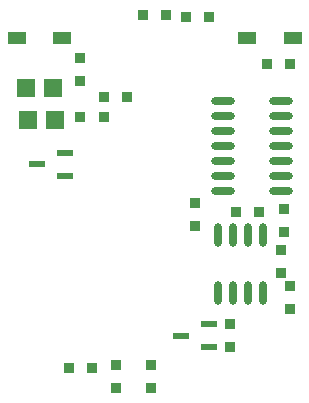
<source format=gtp>
%FSTAX23Y23*%
%MOIN*%
%SFA1B1*%

%IPPOS*%
%ADD10R,0.037400X0.033470*%
%ADD11R,0.033470X0.037400*%
%ADD13R,0.060000X0.060000*%
%ADD14O,0.078740X0.027560*%
%ADD15R,0.057090X0.023620*%
%ADD16O,0.027560X0.078740*%
%ADD17R,0.064960X0.041340*%
%ADD32C,0.000390*%
%LNsensorrig-1*%
%LPD*%
G54D10*
X-00009Y-00689D03*
Y-00766D03*
X-00246Y00334D03*
Y00257D03*
X00137Y-00226D03*
Y-00149D03*
X00423Y-00305D03*
Y-00382D03*
X00452Y-00501D03*
Y-00424D03*
X00255Y-00551D03*
Y-00628D03*
X-00128Y-00689D03*
Y-00766D03*
X00432Y-00167D03*
Y-00244D03*
G54D11*
X00454Y00315D03*
X00377D03*
X00108Y00472D03*
X00185D03*
X0004Y0048D03*
X-00036D03*
X-00167Y00206D03*
X-0009D03*
X-00245Y00137D03*
X-00168D03*
X00275Y-00177D03*
X00351D03*
X-00207Y-00698D03*
X-00283D03*
G54D13*
X-00419Y00127D03*
X-00329D03*
X-00428Y00236D03*
X-00338D03*
G54D14*
X00423Y00041D03*
Y00091D03*
Y00141D03*
Y00191D03*
X0023Y-00108D03*
Y-00058D03*
Y-00008D03*
Y00041D03*
Y00091D03*
Y00141D03*
Y00191D03*
X00423Y-00108D03*
Y-00058D03*
Y-00008D03*
G54D15*
X-00298Y-00057D03*
Y00017D03*
X-0039Y-00019D03*
X00184Y-00627D03*
Y-00553D03*
X00091Y-0059D03*
G54D16*
X00214Y-00448D03*
X00264D03*
X00314D03*
X00364D03*
X00214Y-00255D03*
X00264D03*
X00314D03*
X00364D03*
G54D17*
X-00456Y00403D03*
X-00305D03*
X00462D03*
X00311D03*
G54D32*
X00031Y00364D03*
X-00068D03*
X00081D03*
X-00068Y00314D03*
X00081D03*
X-00018Y00364D03*
X00131D03*
X-00018Y00314D03*
X00034D03*
X00131D03*
M02*
</source>
